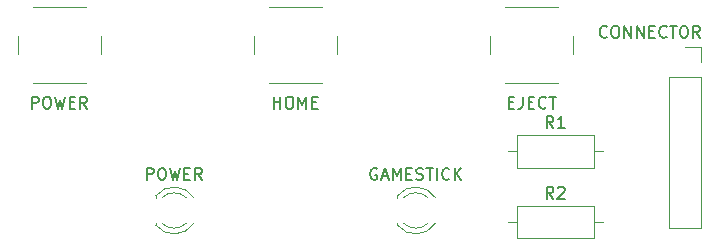
<source format=gbr>
%TF.GenerationSoftware,KiCad,Pcbnew,(7.0.0)*%
%TF.CreationDate,2023-03-30T11:39:36-04:00*%
%TF.ProjectId,console,636f6e73-6f6c-4652-9e6b-696361645f70,rev?*%
%TF.SameCoordinates,Original*%
%TF.FileFunction,Legend,Top*%
%TF.FilePolarity,Positive*%
%FSLAX46Y46*%
G04 Gerber Fmt 4.6, Leading zero omitted, Abs format (unit mm)*
G04 Created by KiCad (PCBNEW (7.0.0)) date 2023-03-30 11:39:36*
%MOMM*%
%LPD*%
G01*
G04 APERTURE LIST*
%ADD10C,0.150000*%
%ADD11C,0.120000*%
G04 APERTURE END LIST*
D10*
%TO.C,EJECT*%
X163071428Y-66843571D02*
X163404761Y-66843571D01*
X163547618Y-67367380D02*
X163071428Y-67367380D01*
X163071428Y-67367380D02*
X163071428Y-66367380D01*
X163071428Y-66367380D02*
X163547618Y-66367380D01*
X164261904Y-66367380D02*
X164261904Y-67081666D01*
X164261904Y-67081666D02*
X164214285Y-67224523D01*
X164214285Y-67224523D02*
X164119047Y-67319761D01*
X164119047Y-67319761D02*
X163976190Y-67367380D01*
X163976190Y-67367380D02*
X163880952Y-67367380D01*
X164738095Y-66843571D02*
X165071428Y-66843571D01*
X165214285Y-67367380D02*
X164738095Y-67367380D01*
X164738095Y-67367380D02*
X164738095Y-66367380D01*
X164738095Y-66367380D02*
X165214285Y-66367380D01*
X166214285Y-67272142D02*
X166166666Y-67319761D01*
X166166666Y-67319761D02*
X166023809Y-67367380D01*
X166023809Y-67367380D02*
X165928571Y-67367380D01*
X165928571Y-67367380D02*
X165785714Y-67319761D01*
X165785714Y-67319761D02*
X165690476Y-67224523D01*
X165690476Y-67224523D02*
X165642857Y-67129285D01*
X165642857Y-67129285D02*
X165595238Y-66938809D01*
X165595238Y-66938809D02*
X165595238Y-66795952D01*
X165595238Y-66795952D02*
X165642857Y-66605476D01*
X165642857Y-66605476D02*
X165690476Y-66510238D01*
X165690476Y-66510238D02*
X165785714Y-66415000D01*
X165785714Y-66415000D02*
X165928571Y-66367380D01*
X165928571Y-66367380D02*
X166023809Y-66367380D01*
X166023809Y-66367380D02*
X166166666Y-66415000D01*
X166166666Y-66415000D02*
X166214285Y-66462619D01*
X166500000Y-66367380D02*
X167071428Y-66367380D01*
X166785714Y-67367380D02*
X166785714Y-66367380D01*
%TO.C,HOME*%
X143166667Y-67367380D02*
X143166667Y-66367380D01*
X143166667Y-66843571D02*
X143738095Y-66843571D01*
X143738095Y-67367380D02*
X143738095Y-66367380D01*
X144404762Y-66367380D02*
X144595238Y-66367380D01*
X144595238Y-66367380D02*
X144690476Y-66415000D01*
X144690476Y-66415000D02*
X144785714Y-66510238D01*
X144785714Y-66510238D02*
X144833333Y-66700714D01*
X144833333Y-66700714D02*
X144833333Y-67034047D01*
X144833333Y-67034047D02*
X144785714Y-67224523D01*
X144785714Y-67224523D02*
X144690476Y-67319761D01*
X144690476Y-67319761D02*
X144595238Y-67367380D01*
X144595238Y-67367380D02*
X144404762Y-67367380D01*
X144404762Y-67367380D02*
X144309524Y-67319761D01*
X144309524Y-67319761D02*
X144214286Y-67224523D01*
X144214286Y-67224523D02*
X144166667Y-67034047D01*
X144166667Y-67034047D02*
X144166667Y-66700714D01*
X144166667Y-66700714D02*
X144214286Y-66510238D01*
X144214286Y-66510238D02*
X144309524Y-66415000D01*
X144309524Y-66415000D02*
X144404762Y-66367380D01*
X145261905Y-67367380D02*
X145261905Y-66367380D01*
X145261905Y-66367380D02*
X145595238Y-67081666D01*
X145595238Y-67081666D02*
X145928571Y-66367380D01*
X145928571Y-66367380D02*
X145928571Y-67367380D01*
X146404762Y-66843571D02*
X146738095Y-66843571D01*
X146880952Y-67367380D02*
X146404762Y-67367380D01*
X146404762Y-67367380D02*
X146404762Y-66367380D01*
X146404762Y-66367380D02*
X146880952Y-66367380D01*
%TO.C,POWER*%
X122690476Y-67367380D02*
X122690476Y-66367380D01*
X122690476Y-66367380D02*
X123071428Y-66367380D01*
X123071428Y-66367380D02*
X123166666Y-66415000D01*
X123166666Y-66415000D02*
X123214285Y-66462619D01*
X123214285Y-66462619D02*
X123261904Y-66557857D01*
X123261904Y-66557857D02*
X123261904Y-66700714D01*
X123261904Y-66700714D02*
X123214285Y-66795952D01*
X123214285Y-66795952D02*
X123166666Y-66843571D01*
X123166666Y-66843571D02*
X123071428Y-66891190D01*
X123071428Y-66891190D02*
X122690476Y-66891190D01*
X123880952Y-66367380D02*
X124071428Y-66367380D01*
X124071428Y-66367380D02*
X124166666Y-66415000D01*
X124166666Y-66415000D02*
X124261904Y-66510238D01*
X124261904Y-66510238D02*
X124309523Y-66700714D01*
X124309523Y-66700714D02*
X124309523Y-67034047D01*
X124309523Y-67034047D02*
X124261904Y-67224523D01*
X124261904Y-67224523D02*
X124166666Y-67319761D01*
X124166666Y-67319761D02*
X124071428Y-67367380D01*
X124071428Y-67367380D02*
X123880952Y-67367380D01*
X123880952Y-67367380D02*
X123785714Y-67319761D01*
X123785714Y-67319761D02*
X123690476Y-67224523D01*
X123690476Y-67224523D02*
X123642857Y-67034047D01*
X123642857Y-67034047D02*
X123642857Y-66700714D01*
X123642857Y-66700714D02*
X123690476Y-66510238D01*
X123690476Y-66510238D02*
X123785714Y-66415000D01*
X123785714Y-66415000D02*
X123880952Y-66367380D01*
X124642857Y-66367380D02*
X124880952Y-67367380D01*
X124880952Y-67367380D02*
X125071428Y-66653095D01*
X125071428Y-66653095D02*
X125261904Y-67367380D01*
X125261904Y-67367380D02*
X125500000Y-66367380D01*
X125880952Y-66843571D02*
X126214285Y-66843571D01*
X126357142Y-67367380D02*
X125880952Y-67367380D01*
X125880952Y-67367380D02*
X125880952Y-66367380D01*
X125880952Y-66367380D02*
X126357142Y-66367380D01*
X127357142Y-67367380D02*
X127023809Y-66891190D01*
X126785714Y-67367380D02*
X126785714Y-66367380D01*
X126785714Y-66367380D02*
X127166666Y-66367380D01*
X127166666Y-66367380D02*
X127261904Y-66415000D01*
X127261904Y-66415000D02*
X127309523Y-66462619D01*
X127309523Y-66462619D02*
X127357142Y-66557857D01*
X127357142Y-66557857D02*
X127357142Y-66700714D01*
X127357142Y-66700714D02*
X127309523Y-66795952D01*
X127309523Y-66795952D02*
X127261904Y-66843571D01*
X127261904Y-66843571D02*
X127166666Y-66891190D01*
X127166666Y-66891190D02*
X126785714Y-66891190D01*
%TO.C,R2*%
X166833333Y-74997380D02*
X166500000Y-74521190D01*
X166261905Y-74997380D02*
X166261905Y-73997380D01*
X166261905Y-73997380D02*
X166642857Y-73997380D01*
X166642857Y-73997380D02*
X166738095Y-74045000D01*
X166738095Y-74045000D02*
X166785714Y-74092619D01*
X166785714Y-74092619D02*
X166833333Y-74187857D01*
X166833333Y-74187857D02*
X166833333Y-74330714D01*
X166833333Y-74330714D02*
X166785714Y-74425952D01*
X166785714Y-74425952D02*
X166738095Y-74473571D01*
X166738095Y-74473571D02*
X166642857Y-74521190D01*
X166642857Y-74521190D02*
X166261905Y-74521190D01*
X167214286Y-74092619D02*
X167261905Y-74045000D01*
X167261905Y-74045000D02*
X167357143Y-73997380D01*
X167357143Y-73997380D02*
X167595238Y-73997380D01*
X167595238Y-73997380D02*
X167690476Y-74045000D01*
X167690476Y-74045000D02*
X167738095Y-74092619D01*
X167738095Y-74092619D02*
X167785714Y-74187857D01*
X167785714Y-74187857D02*
X167785714Y-74283095D01*
X167785714Y-74283095D02*
X167738095Y-74425952D01*
X167738095Y-74425952D02*
X167166667Y-74997380D01*
X167166667Y-74997380D02*
X167785714Y-74997380D01*
%TO.C,R1*%
X166833333Y-68997380D02*
X166500000Y-68521190D01*
X166261905Y-68997380D02*
X166261905Y-67997380D01*
X166261905Y-67997380D02*
X166642857Y-67997380D01*
X166642857Y-67997380D02*
X166738095Y-68045000D01*
X166738095Y-68045000D02*
X166785714Y-68092619D01*
X166785714Y-68092619D02*
X166833333Y-68187857D01*
X166833333Y-68187857D02*
X166833333Y-68330714D01*
X166833333Y-68330714D02*
X166785714Y-68425952D01*
X166785714Y-68425952D02*
X166738095Y-68473571D01*
X166738095Y-68473571D02*
X166642857Y-68521190D01*
X166642857Y-68521190D02*
X166261905Y-68521190D01*
X167785714Y-68997380D02*
X167214286Y-68997380D01*
X167500000Y-68997380D02*
X167500000Y-67997380D01*
X167500000Y-67997380D02*
X167404762Y-68140238D01*
X167404762Y-68140238D02*
X167309524Y-68235476D01*
X167309524Y-68235476D02*
X167214286Y-68283095D01*
%TO.C,CONNECTOR*%
X171380952Y-61272142D02*
X171333333Y-61319761D01*
X171333333Y-61319761D02*
X171190476Y-61367380D01*
X171190476Y-61367380D02*
X171095238Y-61367380D01*
X171095238Y-61367380D02*
X170952381Y-61319761D01*
X170952381Y-61319761D02*
X170857143Y-61224523D01*
X170857143Y-61224523D02*
X170809524Y-61129285D01*
X170809524Y-61129285D02*
X170761905Y-60938809D01*
X170761905Y-60938809D02*
X170761905Y-60795952D01*
X170761905Y-60795952D02*
X170809524Y-60605476D01*
X170809524Y-60605476D02*
X170857143Y-60510238D01*
X170857143Y-60510238D02*
X170952381Y-60415000D01*
X170952381Y-60415000D02*
X171095238Y-60367380D01*
X171095238Y-60367380D02*
X171190476Y-60367380D01*
X171190476Y-60367380D02*
X171333333Y-60415000D01*
X171333333Y-60415000D02*
X171380952Y-60462619D01*
X172000000Y-60367380D02*
X172190476Y-60367380D01*
X172190476Y-60367380D02*
X172285714Y-60415000D01*
X172285714Y-60415000D02*
X172380952Y-60510238D01*
X172380952Y-60510238D02*
X172428571Y-60700714D01*
X172428571Y-60700714D02*
X172428571Y-61034047D01*
X172428571Y-61034047D02*
X172380952Y-61224523D01*
X172380952Y-61224523D02*
X172285714Y-61319761D01*
X172285714Y-61319761D02*
X172190476Y-61367380D01*
X172190476Y-61367380D02*
X172000000Y-61367380D01*
X172000000Y-61367380D02*
X171904762Y-61319761D01*
X171904762Y-61319761D02*
X171809524Y-61224523D01*
X171809524Y-61224523D02*
X171761905Y-61034047D01*
X171761905Y-61034047D02*
X171761905Y-60700714D01*
X171761905Y-60700714D02*
X171809524Y-60510238D01*
X171809524Y-60510238D02*
X171904762Y-60415000D01*
X171904762Y-60415000D02*
X172000000Y-60367380D01*
X172857143Y-61367380D02*
X172857143Y-60367380D01*
X172857143Y-60367380D02*
X173428571Y-61367380D01*
X173428571Y-61367380D02*
X173428571Y-60367380D01*
X173904762Y-61367380D02*
X173904762Y-60367380D01*
X173904762Y-60367380D02*
X174476190Y-61367380D01*
X174476190Y-61367380D02*
X174476190Y-60367380D01*
X174952381Y-60843571D02*
X175285714Y-60843571D01*
X175428571Y-61367380D02*
X174952381Y-61367380D01*
X174952381Y-61367380D02*
X174952381Y-60367380D01*
X174952381Y-60367380D02*
X175428571Y-60367380D01*
X176428571Y-61272142D02*
X176380952Y-61319761D01*
X176380952Y-61319761D02*
X176238095Y-61367380D01*
X176238095Y-61367380D02*
X176142857Y-61367380D01*
X176142857Y-61367380D02*
X176000000Y-61319761D01*
X176000000Y-61319761D02*
X175904762Y-61224523D01*
X175904762Y-61224523D02*
X175857143Y-61129285D01*
X175857143Y-61129285D02*
X175809524Y-60938809D01*
X175809524Y-60938809D02*
X175809524Y-60795952D01*
X175809524Y-60795952D02*
X175857143Y-60605476D01*
X175857143Y-60605476D02*
X175904762Y-60510238D01*
X175904762Y-60510238D02*
X176000000Y-60415000D01*
X176000000Y-60415000D02*
X176142857Y-60367380D01*
X176142857Y-60367380D02*
X176238095Y-60367380D01*
X176238095Y-60367380D02*
X176380952Y-60415000D01*
X176380952Y-60415000D02*
X176428571Y-60462619D01*
X176714286Y-60367380D02*
X177285714Y-60367380D01*
X177000000Y-61367380D02*
X177000000Y-60367380D01*
X177809524Y-60367380D02*
X178000000Y-60367380D01*
X178000000Y-60367380D02*
X178095238Y-60415000D01*
X178095238Y-60415000D02*
X178190476Y-60510238D01*
X178190476Y-60510238D02*
X178238095Y-60700714D01*
X178238095Y-60700714D02*
X178238095Y-61034047D01*
X178238095Y-61034047D02*
X178190476Y-61224523D01*
X178190476Y-61224523D02*
X178095238Y-61319761D01*
X178095238Y-61319761D02*
X178000000Y-61367380D01*
X178000000Y-61367380D02*
X177809524Y-61367380D01*
X177809524Y-61367380D02*
X177714286Y-61319761D01*
X177714286Y-61319761D02*
X177619048Y-61224523D01*
X177619048Y-61224523D02*
X177571429Y-61034047D01*
X177571429Y-61034047D02*
X177571429Y-60700714D01*
X177571429Y-60700714D02*
X177619048Y-60510238D01*
X177619048Y-60510238D02*
X177714286Y-60415000D01*
X177714286Y-60415000D02*
X177809524Y-60367380D01*
X179238095Y-61367380D02*
X178904762Y-60891190D01*
X178666667Y-61367380D02*
X178666667Y-60367380D01*
X178666667Y-60367380D02*
X179047619Y-60367380D01*
X179047619Y-60367380D02*
X179142857Y-60415000D01*
X179142857Y-60415000D02*
X179190476Y-60462619D01*
X179190476Y-60462619D02*
X179238095Y-60557857D01*
X179238095Y-60557857D02*
X179238095Y-60700714D01*
X179238095Y-60700714D02*
X179190476Y-60795952D01*
X179190476Y-60795952D02*
X179142857Y-60843571D01*
X179142857Y-60843571D02*
X179047619Y-60891190D01*
X179047619Y-60891190D02*
X178666667Y-60891190D01*
%TO.C,GAMESTICK*%
X151904285Y-72455000D02*
X151809047Y-72407380D01*
X151809047Y-72407380D02*
X151666190Y-72407380D01*
X151666190Y-72407380D02*
X151523333Y-72455000D01*
X151523333Y-72455000D02*
X151428095Y-72550238D01*
X151428095Y-72550238D02*
X151380476Y-72645476D01*
X151380476Y-72645476D02*
X151332857Y-72835952D01*
X151332857Y-72835952D02*
X151332857Y-72978809D01*
X151332857Y-72978809D02*
X151380476Y-73169285D01*
X151380476Y-73169285D02*
X151428095Y-73264523D01*
X151428095Y-73264523D02*
X151523333Y-73359761D01*
X151523333Y-73359761D02*
X151666190Y-73407380D01*
X151666190Y-73407380D02*
X151761428Y-73407380D01*
X151761428Y-73407380D02*
X151904285Y-73359761D01*
X151904285Y-73359761D02*
X151951904Y-73312142D01*
X151951904Y-73312142D02*
X151951904Y-72978809D01*
X151951904Y-72978809D02*
X151761428Y-72978809D01*
X152332857Y-73121666D02*
X152809047Y-73121666D01*
X152237619Y-73407380D02*
X152570952Y-72407380D01*
X152570952Y-72407380D02*
X152904285Y-73407380D01*
X153237619Y-73407380D02*
X153237619Y-72407380D01*
X153237619Y-72407380D02*
X153570952Y-73121666D01*
X153570952Y-73121666D02*
X153904285Y-72407380D01*
X153904285Y-72407380D02*
X153904285Y-73407380D01*
X154380476Y-72883571D02*
X154713809Y-72883571D01*
X154856666Y-73407380D02*
X154380476Y-73407380D01*
X154380476Y-73407380D02*
X154380476Y-72407380D01*
X154380476Y-72407380D02*
X154856666Y-72407380D01*
X155237619Y-73359761D02*
X155380476Y-73407380D01*
X155380476Y-73407380D02*
X155618571Y-73407380D01*
X155618571Y-73407380D02*
X155713809Y-73359761D01*
X155713809Y-73359761D02*
X155761428Y-73312142D01*
X155761428Y-73312142D02*
X155809047Y-73216904D01*
X155809047Y-73216904D02*
X155809047Y-73121666D01*
X155809047Y-73121666D02*
X155761428Y-73026428D01*
X155761428Y-73026428D02*
X155713809Y-72978809D01*
X155713809Y-72978809D02*
X155618571Y-72931190D01*
X155618571Y-72931190D02*
X155428095Y-72883571D01*
X155428095Y-72883571D02*
X155332857Y-72835952D01*
X155332857Y-72835952D02*
X155285238Y-72788333D01*
X155285238Y-72788333D02*
X155237619Y-72693095D01*
X155237619Y-72693095D02*
X155237619Y-72597857D01*
X155237619Y-72597857D02*
X155285238Y-72502619D01*
X155285238Y-72502619D02*
X155332857Y-72455000D01*
X155332857Y-72455000D02*
X155428095Y-72407380D01*
X155428095Y-72407380D02*
X155666190Y-72407380D01*
X155666190Y-72407380D02*
X155809047Y-72455000D01*
X156094762Y-72407380D02*
X156666190Y-72407380D01*
X156380476Y-73407380D02*
X156380476Y-72407380D01*
X156999524Y-73407380D02*
X156999524Y-72407380D01*
X158047142Y-73312142D02*
X157999523Y-73359761D01*
X157999523Y-73359761D02*
X157856666Y-73407380D01*
X157856666Y-73407380D02*
X157761428Y-73407380D01*
X157761428Y-73407380D02*
X157618571Y-73359761D01*
X157618571Y-73359761D02*
X157523333Y-73264523D01*
X157523333Y-73264523D02*
X157475714Y-73169285D01*
X157475714Y-73169285D02*
X157428095Y-72978809D01*
X157428095Y-72978809D02*
X157428095Y-72835952D01*
X157428095Y-72835952D02*
X157475714Y-72645476D01*
X157475714Y-72645476D02*
X157523333Y-72550238D01*
X157523333Y-72550238D02*
X157618571Y-72455000D01*
X157618571Y-72455000D02*
X157761428Y-72407380D01*
X157761428Y-72407380D02*
X157856666Y-72407380D01*
X157856666Y-72407380D02*
X157999523Y-72455000D01*
X157999523Y-72455000D02*
X158047142Y-72502619D01*
X158475714Y-73407380D02*
X158475714Y-72407380D01*
X159047142Y-73407380D02*
X158618571Y-72835952D01*
X159047142Y-72407380D02*
X158475714Y-72978809D01*
%TO.C,POWER*%
X132420476Y-73407380D02*
X132420476Y-72407380D01*
X132420476Y-72407380D02*
X132801428Y-72407380D01*
X132801428Y-72407380D02*
X132896666Y-72455000D01*
X132896666Y-72455000D02*
X132944285Y-72502619D01*
X132944285Y-72502619D02*
X132991904Y-72597857D01*
X132991904Y-72597857D02*
X132991904Y-72740714D01*
X132991904Y-72740714D02*
X132944285Y-72835952D01*
X132944285Y-72835952D02*
X132896666Y-72883571D01*
X132896666Y-72883571D02*
X132801428Y-72931190D01*
X132801428Y-72931190D02*
X132420476Y-72931190D01*
X133610952Y-72407380D02*
X133801428Y-72407380D01*
X133801428Y-72407380D02*
X133896666Y-72455000D01*
X133896666Y-72455000D02*
X133991904Y-72550238D01*
X133991904Y-72550238D02*
X134039523Y-72740714D01*
X134039523Y-72740714D02*
X134039523Y-73074047D01*
X134039523Y-73074047D02*
X133991904Y-73264523D01*
X133991904Y-73264523D02*
X133896666Y-73359761D01*
X133896666Y-73359761D02*
X133801428Y-73407380D01*
X133801428Y-73407380D02*
X133610952Y-73407380D01*
X133610952Y-73407380D02*
X133515714Y-73359761D01*
X133515714Y-73359761D02*
X133420476Y-73264523D01*
X133420476Y-73264523D02*
X133372857Y-73074047D01*
X133372857Y-73074047D02*
X133372857Y-72740714D01*
X133372857Y-72740714D02*
X133420476Y-72550238D01*
X133420476Y-72550238D02*
X133515714Y-72455000D01*
X133515714Y-72455000D02*
X133610952Y-72407380D01*
X134372857Y-72407380D02*
X134610952Y-73407380D01*
X134610952Y-73407380D02*
X134801428Y-72693095D01*
X134801428Y-72693095D02*
X134991904Y-73407380D01*
X134991904Y-73407380D02*
X135230000Y-72407380D01*
X135610952Y-72883571D02*
X135944285Y-72883571D01*
X136087142Y-73407380D02*
X135610952Y-73407380D01*
X135610952Y-73407380D02*
X135610952Y-72407380D01*
X135610952Y-72407380D02*
X136087142Y-72407380D01*
X137087142Y-73407380D02*
X136753809Y-72931190D01*
X136515714Y-73407380D02*
X136515714Y-72407380D01*
X136515714Y-72407380D02*
X136896666Y-72407380D01*
X136896666Y-72407380D02*
X136991904Y-72455000D01*
X136991904Y-72455000D02*
X137039523Y-72502619D01*
X137039523Y-72502619D02*
X137087142Y-72597857D01*
X137087142Y-72597857D02*
X137087142Y-72740714D01*
X137087142Y-72740714D02*
X137039523Y-72835952D01*
X137039523Y-72835952D02*
X136991904Y-72883571D01*
X136991904Y-72883571D02*
X136896666Y-72931190D01*
X136896666Y-72931190D02*
X136515714Y-72931190D01*
D11*
%TO.C,EJECT*%
X168500000Y-62750000D02*
X168500000Y-61250000D01*
X167250000Y-58750000D02*
X162750000Y-58750000D01*
X162750000Y-65250000D02*
X167250000Y-65250000D01*
X161500000Y-61250000D02*
X161500000Y-62750000D01*
%TO.C,HOME*%
X141500000Y-61250000D02*
X141500000Y-62750000D01*
X142750000Y-65250000D02*
X147250000Y-65250000D01*
X147250000Y-58750000D02*
X142750000Y-58750000D01*
X148500000Y-62750000D02*
X148500000Y-61250000D01*
%TO.C,POWER*%
X121500000Y-61250000D02*
X121500000Y-62750000D01*
X122750000Y-65250000D02*
X127250000Y-65250000D01*
X127250000Y-58750000D02*
X122750000Y-58750000D01*
X128500000Y-62750000D02*
X128500000Y-61250000D01*
%TO.C,R2*%
X170270000Y-75630000D02*
X163730000Y-75630000D01*
X163730000Y-78370000D02*
X170270000Y-78370000D01*
X170270000Y-78370000D02*
X170270000Y-75630000D01*
X163730000Y-75630000D02*
X163730000Y-78370000D01*
X162960000Y-77000000D02*
X163730000Y-77000000D01*
X171040000Y-77000000D02*
X170270000Y-77000000D01*
%TO.C,R1*%
X171040000Y-71000000D02*
X170270000Y-71000000D01*
X162960000Y-71000000D02*
X163730000Y-71000000D01*
X163730000Y-69630000D02*
X163730000Y-72370000D01*
X170270000Y-72370000D02*
X170270000Y-69630000D01*
X163730000Y-72370000D02*
X170270000Y-72370000D01*
X170270000Y-69630000D02*
X163730000Y-69630000D01*
%TO.C,CONNECTOR*%
X178000000Y-62130000D02*
X179330000Y-62130000D01*
X176670000Y-64730000D02*
X179330000Y-64730000D01*
X179330000Y-64730000D02*
X179330000Y-77490000D01*
X179330000Y-62130000D02*
X179330000Y-63460000D01*
X176670000Y-64730000D02*
X176670000Y-77490000D01*
X176670000Y-77490000D02*
X179330000Y-77490000D01*
%TO.C,GAMESTICK*%
X156862334Y-74921392D02*
G75*
G03*
X153630001Y-74764485I-1672334J-1078608D01*
G01*
X154149040Y-77079999D02*
G75*
G03*
X156231129Y-77079836I1040960J1079999D01*
G01*
X153630001Y-77235515D02*
G75*
G03*
X156862334Y-77078608I1559999J1235515D01*
G01*
X156231129Y-74920164D02*
G75*
G03*
X154149040Y-74920001I-1041129J-1079836D01*
G01*
X153630000Y-77080000D02*
X153630000Y-77236000D01*
X153630000Y-74764000D02*
X153630000Y-74920000D01*
%TO.C,POWER*%
X136402334Y-74921392D02*
G75*
G03*
X133170001Y-74764485I-1672334J-1078608D01*
G01*
X133689040Y-77079999D02*
G75*
G03*
X135771129Y-77079836I1040960J1079999D01*
G01*
X133170001Y-77235515D02*
G75*
G03*
X136402334Y-77078608I1559999J1235515D01*
G01*
X135771129Y-74920164D02*
G75*
G03*
X133689040Y-74920001I-1041129J-1079836D01*
G01*
X133170000Y-77080000D02*
X133170000Y-77236000D01*
X133170000Y-74764000D02*
X133170000Y-74920000D01*
%TD*%
M02*

</source>
